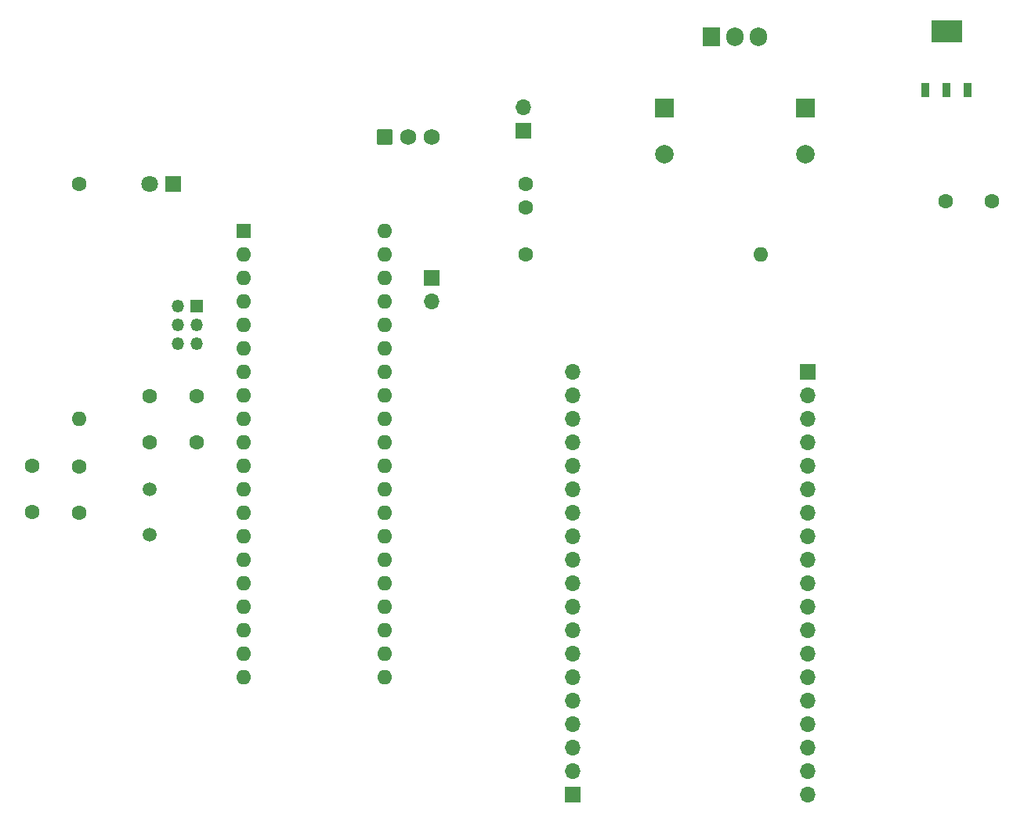
<source format=gbr>
%TF.GenerationSoftware,KiCad,Pcbnew,7.0.1*%
%TF.CreationDate,2023-04-14T12:40:57+03:00*%
%TF.ProjectId,Piirilevy,50696972-696c-4657-9679-2e6b69636164,rev?*%
%TF.SameCoordinates,Original*%
%TF.FileFunction,Soldermask,Top*%
%TF.FilePolarity,Negative*%
%FSLAX46Y46*%
G04 Gerber Fmt 4.6, Leading zero omitted, Abs format (unit mm)*
G04 Created by KiCad (PCBNEW 7.0.1) date 2023-04-14 12:40:57*
%MOMM*%
%LPD*%
G01*
G04 APERTURE LIST*
G04 Aperture macros list*
%AMRoundRect*
0 Rectangle with rounded corners*
0 $1 Rounding radius*
0 $2 $3 $4 $5 $6 $7 $8 $9 X,Y pos of 4 corners*
0 Add a 4 corners polygon primitive as box body*
4,1,4,$2,$3,$4,$5,$6,$7,$8,$9,$2,$3,0*
0 Add four circle primitives for the rounded corners*
1,1,$1+$1,$2,$3*
1,1,$1+$1,$4,$5*
1,1,$1+$1,$6,$7*
1,1,$1+$1,$8,$9*
0 Add four rect primitives between the rounded corners*
20,1,$1+$1,$2,$3,$4,$5,0*
20,1,$1+$1,$4,$5,$6,$7,0*
20,1,$1+$1,$6,$7,$8,$9,0*
20,1,$1+$1,$8,$9,$2,$3,0*%
G04 Aperture macros list end*
%ADD10C,0.100000*%
%ADD11R,0.838200X1.600200*%
%ADD12C,1.600000*%
%ADD13R,1.800000X1.800000*%
%ADD14C,1.800000*%
%ADD15R,1.350000X1.350000*%
%ADD16O,1.350000X1.350000*%
%ADD17R,1.700000X1.700000*%
%ADD18O,1.700000X1.700000*%
%ADD19O,1.600000X1.600000*%
%ADD20R,1.905000X2.000000*%
%ADD21O,1.905000X2.000000*%
%ADD22R,2.000000X2.000000*%
%ADD23C,2.000000*%
%ADD24C,1.500000*%
%ADD25RoundRect,0.250000X-0.620000X-0.620000X0.620000X-0.620000X0.620000X0.620000X-0.620000X0.620000X0*%
%ADD26C,1.740000*%
%ADD27R,1.600000X1.600000*%
G04 APERTURE END LIST*
%TO.C,U3*%
D10*
X148680200Y-25234900D02*
X145479800Y-25234900D01*
X145479800Y-22923500D01*
X148680200Y-22923500D01*
X148680200Y-25234900D01*
G36*
X148680200Y-25234900D02*
G01*
X145479800Y-25234900D01*
X145479800Y-22923500D01*
X148680200Y-22923500D01*
X148680200Y-25234900D01*
G37*
%TD*%
D11*
%TO.C,U3*%
X144780000Y-30480000D03*
X147080000Y-30480000D03*
X149380000Y-30480000D03*
%TD*%
D12*
%TO.C,C8*%
X48260000Y-71120000D03*
X48260000Y-76120000D03*
%TD*%
D13*
%TO.C,D1*%
X63500000Y-40640000D03*
D14*
X60960000Y-40640000D03*
%TD*%
D15*
%TO.C,J4*%
X66040000Y-53880000D03*
D16*
X64040000Y-53880000D03*
X66040000Y-55880000D03*
X64040000Y-55880000D03*
X66040000Y-57880000D03*
X64040000Y-57880000D03*
%TD*%
D17*
%TO.C,J2*%
X91440000Y-50800000D03*
D18*
X91440000Y-53340000D03*
%TD*%
D12*
%TO.C,R1*%
X101600000Y-48260000D03*
D19*
X127000000Y-48260000D03*
%TD*%
D17*
%TO.C,J5*%
X106680000Y-106680000D03*
D18*
X106680000Y-104140000D03*
X106680000Y-101600000D03*
X106680000Y-99060000D03*
X106680000Y-96520000D03*
X106680000Y-93980000D03*
X106680000Y-91440000D03*
X106680000Y-88900000D03*
X106680000Y-86360000D03*
X106680000Y-83820000D03*
X106680000Y-81280000D03*
X106680000Y-78740000D03*
X106680000Y-76200000D03*
X106680000Y-73660000D03*
X106680000Y-71120000D03*
X106680000Y-68580000D03*
X106680000Y-66040000D03*
X106680000Y-63500000D03*
X106680000Y-60960000D03*
%TD*%
D12*
%TO.C,R2*%
X101600000Y-40640000D03*
X101600000Y-43180000D03*
%TD*%
%TO.C,C13*%
X147050000Y-42500000D03*
X152050000Y-42500000D03*
%TD*%
%TO.C,C7*%
X53340000Y-71200000D03*
X53340000Y-76200000D03*
%TD*%
D20*
%TO.C,U6*%
X121680000Y-24739600D03*
D21*
X124220000Y-24739600D03*
X126760000Y-24739600D03*
%TD*%
D22*
%TO.C,C5*%
X116600000Y-32439600D03*
D23*
X116600000Y-37439600D03*
%TD*%
D24*
%TO.C,16MHz1*%
X60960000Y-73660000D03*
X60960000Y-78560000D03*
%TD*%
D25*
%TO.C,J6*%
X86360000Y-35560000D03*
D26*
X88900000Y-35560000D03*
X91440000Y-35560000D03*
%TD*%
D22*
%TO.C,C6*%
X131840000Y-32439600D03*
D23*
X131840000Y-37439600D03*
%TD*%
D17*
%TO.C,J3*%
X132080000Y-60960000D03*
D18*
X132080000Y-63500000D03*
X132080000Y-66040000D03*
X132080000Y-68580000D03*
X132080000Y-71120000D03*
X132080000Y-73660000D03*
X132080000Y-76200000D03*
X132080000Y-78740000D03*
X132080000Y-81280000D03*
X132080000Y-83820000D03*
X132080000Y-86360000D03*
X132080000Y-88900000D03*
X132080000Y-91440000D03*
X132080000Y-93980000D03*
X132080000Y-96520000D03*
X132080000Y-99060000D03*
X132080000Y-101600000D03*
X132080000Y-104140000D03*
X132080000Y-106680000D03*
%TD*%
D17*
%TO.C,J1*%
X101360000Y-34899600D03*
D18*
X101360000Y-32359600D03*
%TD*%
D12*
%TO.C,C1*%
X60960000Y-68580000D03*
X60960000Y-63580000D03*
%TD*%
%TO.C,R3*%
X53340000Y-40640000D03*
D19*
X53340000Y-66040000D03*
%TD*%
D12*
%TO.C,C3*%
X66040000Y-68580000D03*
X66040000Y-63580000D03*
%TD*%
D27*
%TO.C,U1*%
X71120000Y-45720000D03*
D19*
X71120000Y-48260000D03*
X71120000Y-50800000D03*
X71120000Y-53340000D03*
X71120000Y-55880000D03*
X71120000Y-58420000D03*
X71120000Y-60960000D03*
X71120000Y-63500000D03*
X71120000Y-66040000D03*
X71120000Y-68580000D03*
X71120000Y-71120000D03*
X71120000Y-73660000D03*
X71120000Y-76200000D03*
X71120000Y-78740000D03*
X71120000Y-81280000D03*
X71120000Y-83820000D03*
X71120000Y-86360000D03*
X71120000Y-88900000D03*
X71120000Y-91440000D03*
X71120000Y-93980000D03*
X86360000Y-93980000D03*
X86360000Y-91440000D03*
X86360000Y-88900000D03*
X86360000Y-86360000D03*
X86360000Y-83820000D03*
X86360000Y-81280000D03*
X86360000Y-78740000D03*
X86360000Y-76200000D03*
X86360000Y-73660000D03*
X86360000Y-71120000D03*
X86360000Y-68580000D03*
X86360000Y-66040000D03*
X86360000Y-63500000D03*
X86360000Y-60960000D03*
X86360000Y-58420000D03*
X86360000Y-55880000D03*
X86360000Y-53340000D03*
X86360000Y-50800000D03*
X86360000Y-48260000D03*
X86360000Y-45720000D03*
%TD*%
M02*

</source>
